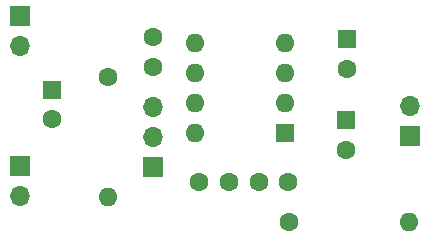
<source format=gbr>
%TF.GenerationSoftware,KiCad,Pcbnew,(6.0.11)*%
%TF.CreationDate,2023-05-30T10:33:30+01:00*%
%TF.ProjectId,tda2822 board,74646132-3832-4322-9062-6f6172642e6b,rev?*%
%TF.SameCoordinates,Original*%
%TF.FileFunction,Soldermask,Top*%
%TF.FilePolarity,Negative*%
%FSLAX46Y46*%
G04 Gerber Fmt 4.6, Leading zero omitted, Abs format (unit mm)*
G04 Created by KiCad (PCBNEW (6.0.11)) date 2023-05-30 10:33:30*
%MOMM*%
%LPD*%
G01*
G04 APERTURE LIST*
%ADD10C,1.600000*%
%ADD11R,1.700000X1.700000*%
%ADD12O,1.700000X1.700000*%
%ADD13R,1.600000X1.600000*%
%ADD14O,1.600000X1.600000*%
G04 APERTURE END LIST*
D10*
%TO.C,C6*%
X183200000Y-96200000D03*
X185700000Y-96200000D03*
%TD*%
D11*
%TO.C,J2*%
X163000000Y-82140000D03*
D12*
X163000000Y-84680000D03*
%TD*%
D11*
%TO.C,RV1*%
X174200000Y-94925000D03*
D12*
X174200000Y-92385000D03*
X174200000Y-89845000D03*
%TD*%
D11*
%TO.C,J1*%
X163000000Y-94840000D03*
D12*
X163000000Y-97380000D03*
%TD*%
D11*
%TO.C,J3*%
X196020000Y-92305000D03*
D12*
X196020000Y-89765000D03*
%TD*%
D10*
%TO.C,C3*%
X174200000Y-83950000D03*
X174200000Y-86450000D03*
%TD*%
D13*
%TO.C,C4*%
X190689776Y-84139776D03*
D10*
X190689776Y-86639776D03*
%TD*%
%TO.C,R1*%
X170400000Y-87320000D03*
D14*
X170400000Y-97480000D03*
%TD*%
D13*
%TO.C,C5*%
X190600000Y-90974435D03*
D10*
X190600000Y-93474435D03*
%TD*%
%TO.C,R2*%
X185720000Y-99600000D03*
D14*
X195880000Y-99600000D03*
%TD*%
D13*
%TO.C,C2*%
X165700000Y-88400000D03*
D10*
X165700000Y-90900000D03*
%TD*%
D13*
%TO.C,U1*%
X185420000Y-92075000D03*
D14*
X185420000Y-89535000D03*
X185420000Y-86995000D03*
X185420000Y-84455000D03*
X177800000Y-84455000D03*
X177800000Y-86995000D03*
X177800000Y-89535000D03*
X177800000Y-92075000D03*
%TD*%
D10*
%TO.C,C7*%
X180650000Y-96200000D03*
X178150000Y-96200000D03*
%TD*%
M02*

</source>
